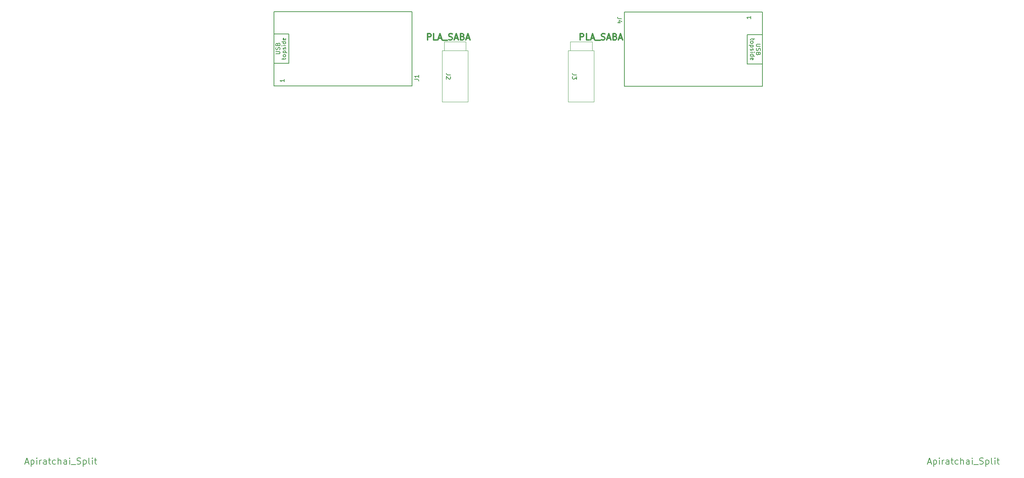
<source format=gbr>
%TF.GenerationSoftware,KiCad,Pcbnew,8.0.2*%
%TF.CreationDate,2024-05-01T20:17:26+07:00*%
%TF.ProjectId,apiratchai_split,61706972-6174-4636-9861-695f73706c69,rev?*%
%TF.SameCoordinates,Original*%
%TF.FileFunction,Legend,Top*%
%TF.FilePolarity,Positive*%
%FSLAX46Y46*%
G04 Gerber Fmt 4.6, Leading zero omitted, Abs format (unit mm)*
G04 Created by KiCad (PCBNEW 8.0.2) date 2024-05-01 20:17:26*
%MOMM*%
%LPD*%
G01*
G04 APERTURE LIST*
%ADD10C,0.300000*%
%ADD11C,0.187500*%
%ADD12C,0.150000*%
%ADD13C,0.120000*%
G04 APERTURE END LIST*
D10*
X157717010Y-39488328D02*
X157717010Y-37988328D01*
X157717010Y-37988328D02*
X158288439Y-37988328D01*
X158288439Y-37988328D02*
X158431296Y-38059757D01*
X158431296Y-38059757D02*
X158502725Y-38131185D01*
X158502725Y-38131185D02*
X158574153Y-38274042D01*
X158574153Y-38274042D02*
X158574153Y-38488328D01*
X158574153Y-38488328D02*
X158502725Y-38631185D01*
X158502725Y-38631185D02*
X158431296Y-38702614D01*
X158431296Y-38702614D02*
X158288439Y-38774042D01*
X158288439Y-38774042D02*
X157717010Y-38774042D01*
X159931296Y-39488328D02*
X159217010Y-39488328D01*
X159217010Y-39488328D02*
X159217010Y-37988328D01*
X160359868Y-39059757D02*
X161074154Y-39059757D01*
X160217011Y-39488328D02*
X160717011Y-37988328D01*
X160717011Y-37988328D02*
X161217011Y-39488328D01*
X161359868Y-39631185D02*
X162502725Y-39631185D01*
X162788439Y-39416900D02*
X163002725Y-39488328D01*
X163002725Y-39488328D02*
X163359867Y-39488328D01*
X163359867Y-39488328D02*
X163502725Y-39416900D01*
X163502725Y-39416900D02*
X163574153Y-39345471D01*
X163574153Y-39345471D02*
X163645582Y-39202614D01*
X163645582Y-39202614D02*
X163645582Y-39059757D01*
X163645582Y-39059757D02*
X163574153Y-38916900D01*
X163574153Y-38916900D02*
X163502725Y-38845471D01*
X163502725Y-38845471D02*
X163359867Y-38774042D01*
X163359867Y-38774042D02*
X163074153Y-38702614D01*
X163074153Y-38702614D02*
X162931296Y-38631185D01*
X162931296Y-38631185D02*
X162859867Y-38559757D01*
X162859867Y-38559757D02*
X162788439Y-38416900D01*
X162788439Y-38416900D02*
X162788439Y-38274042D01*
X162788439Y-38274042D02*
X162859867Y-38131185D01*
X162859867Y-38131185D02*
X162931296Y-38059757D01*
X162931296Y-38059757D02*
X163074153Y-37988328D01*
X163074153Y-37988328D02*
X163431296Y-37988328D01*
X163431296Y-37988328D02*
X163645582Y-38059757D01*
X164217010Y-39059757D02*
X164931296Y-39059757D01*
X164074153Y-39488328D02*
X164574153Y-37988328D01*
X164574153Y-37988328D02*
X165074153Y-39488328D01*
X166074152Y-38702614D02*
X166288438Y-38774042D01*
X166288438Y-38774042D02*
X166359867Y-38845471D01*
X166359867Y-38845471D02*
X166431295Y-38988328D01*
X166431295Y-38988328D02*
X166431295Y-39202614D01*
X166431295Y-39202614D02*
X166359867Y-39345471D01*
X166359867Y-39345471D02*
X166288438Y-39416900D01*
X166288438Y-39416900D02*
X166145581Y-39488328D01*
X166145581Y-39488328D02*
X165574152Y-39488328D01*
X165574152Y-39488328D02*
X165574152Y-37988328D01*
X165574152Y-37988328D02*
X166074152Y-37988328D01*
X166074152Y-37988328D02*
X166217010Y-38059757D01*
X166217010Y-38059757D02*
X166288438Y-38131185D01*
X166288438Y-38131185D02*
X166359867Y-38274042D01*
X166359867Y-38274042D02*
X166359867Y-38416900D01*
X166359867Y-38416900D02*
X166288438Y-38559757D01*
X166288438Y-38559757D02*
X166217010Y-38631185D01*
X166217010Y-38631185D02*
X166074152Y-38702614D01*
X166074152Y-38702614D02*
X165574152Y-38702614D01*
X167002724Y-39059757D02*
X167717010Y-39059757D01*
X166859867Y-39488328D02*
X167359867Y-37988328D01*
X167359867Y-37988328D02*
X167859867Y-39488328D01*
X121204510Y-39488328D02*
X121204510Y-37988328D01*
X121204510Y-37988328D02*
X121775939Y-37988328D01*
X121775939Y-37988328D02*
X121918796Y-38059757D01*
X121918796Y-38059757D02*
X121990225Y-38131185D01*
X121990225Y-38131185D02*
X122061653Y-38274042D01*
X122061653Y-38274042D02*
X122061653Y-38488328D01*
X122061653Y-38488328D02*
X121990225Y-38631185D01*
X121990225Y-38631185D02*
X121918796Y-38702614D01*
X121918796Y-38702614D02*
X121775939Y-38774042D01*
X121775939Y-38774042D02*
X121204510Y-38774042D01*
X123418796Y-39488328D02*
X122704510Y-39488328D01*
X122704510Y-39488328D02*
X122704510Y-37988328D01*
X123847368Y-39059757D02*
X124561654Y-39059757D01*
X123704511Y-39488328D02*
X124204511Y-37988328D01*
X124204511Y-37988328D02*
X124704511Y-39488328D01*
X124847368Y-39631185D02*
X125990225Y-39631185D01*
X126275939Y-39416900D02*
X126490225Y-39488328D01*
X126490225Y-39488328D02*
X126847367Y-39488328D01*
X126847367Y-39488328D02*
X126990225Y-39416900D01*
X126990225Y-39416900D02*
X127061653Y-39345471D01*
X127061653Y-39345471D02*
X127133082Y-39202614D01*
X127133082Y-39202614D02*
X127133082Y-39059757D01*
X127133082Y-39059757D02*
X127061653Y-38916900D01*
X127061653Y-38916900D02*
X126990225Y-38845471D01*
X126990225Y-38845471D02*
X126847367Y-38774042D01*
X126847367Y-38774042D02*
X126561653Y-38702614D01*
X126561653Y-38702614D02*
X126418796Y-38631185D01*
X126418796Y-38631185D02*
X126347367Y-38559757D01*
X126347367Y-38559757D02*
X126275939Y-38416900D01*
X126275939Y-38416900D02*
X126275939Y-38274042D01*
X126275939Y-38274042D02*
X126347367Y-38131185D01*
X126347367Y-38131185D02*
X126418796Y-38059757D01*
X126418796Y-38059757D02*
X126561653Y-37988328D01*
X126561653Y-37988328D02*
X126918796Y-37988328D01*
X126918796Y-37988328D02*
X127133082Y-38059757D01*
X127704510Y-39059757D02*
X128418796Y-39059757D01*
X127561653Y-39488328D02*
X128061653Y-37988328D01*
X128061653Y-37988328D02*
X128561653Y-39488328D01*
X129561652Y-38702614D02*
X129775938Y-38774042D01*
X129775938Y-38774042D02*
X129847367Y-38845471D01*
X129847367Y-38845471D02*
X129918795Y-38988328D01*
X129918795Y-38988328D02*
X129918795Y-39202614D01*
X129918795Y-39202614D02*
X129847367Y-39345471D01*
X129847367Y-39345471D02*
X129775938Y-39416900D01*
X129775938Y-39416900D02*
X129633081Y-39488328D01*
X129633081Y-39488328D02*
X129061652Y-39488328D01*
X129061652Y-39488328D02*
X129061652Y-37988328D01*
X129061652Y-37988328D02*
X129561652Y-37988328D01*
X129561652Y-37988328D02*
X129704510Y-38059757D01*
X129704510Y-38059757D02*
X129775938Y-38131185D01*
X129775938Y-38131185D02*
X129847367Y-38274042D01*
X129847367Y-38274042D02*
X129847367Y-38416900D01*
X129847367Y-38416900D02*
X129775938Y-38559757D01*
X129775938Y-38559757D02*
X129704510Y-38631185D01*
X129704510Y-38631185D02*
X129561652Y-38702614D01*
X129561652Y-38702614D02*
X129061652Y-38702614D01*
X130490224Y-39059757D02*
X131204510Y-39059757D01*
X130347367Y-39488328D02*
X130847367Y-37988328D01*
X130847367Y-37988328D02*
X131347367Y-39488328D01*
D11*
X240915319Y-140665607D02*
X241629605Y-140665607D01*
X240772462Y-141094178D02*
X241272462Y-139594178D01*
X241272462Y-139594178D02*
X241772462Y-141094178D01*
X242272461Y-140094178D02*
X242272461Y-141594178D01*
X242272461Y-140165607D02*
X242415319Y-140094178D01*
X242415319Y-140094178D02*
X242701033Y-140094178D01*
X242701033Y-140094178D02*
X242843890Y-140165607D01*
X242843890Y-140165607D02*
X242915319Y-140237035D01*
X242915319Y-140237035D02*
X242986747Y-140379892D01*
X242986747Y-140379892D02*
X242986747Y-140808464D01*
X242986747Y-140808464D02*
X242915319Y-140951321D01*
X242915319Y-140951321D02*
X242843890Y-141022750D01*
X242843890Y-141022750D02*
X242701033Y-141094178D01*
X242701033Y-141094178D02*
X242415319Y-141094178D01*
X242415319Y-141094178D02*
X242272461Y-141022750D01*
X243629604Y-141094178D02*
X243629604Y-140094178D01*
X243629604Y-139594178D02*
X243558176Y-139665607D01*
X243558176Y-139665607D02*
X243629604Y-139737035D01*
X243629604Y-139737035D02*
X243701033Y-139665607D01*
X243701033Y-139665607D02*
X243629604Y-139594178D01*
X243629604Y-139594178D02*
X243629604Y-139737035D01*
X244343890Y-141094178D02*
X244343890Y-140094178D01*
X244343890Y-140379892D02*
X244415319Y-140237035D01*
X244415319Y-140237035D02*
X244486748Y-140165607D01*
X244486748Y-140165607D02*
X244629605Y-140094178D01*
X244629605Y-140094178D02*
X244772462Y-140094178D01*
X245915319Y-141094178D02*
X245915319Y-140308464D01*
X245915319Y-140308464D02*
X245843890Y-140165607D01*
X245843890Y-140165607D02*
X245701033Y-140094178D01*
X245701033Y-140094178D02*
X245415319Y-140094178D01*
X245415319Y-140094178D02*
X245272461Y-140165607D01*
X245915319Y-141022750D02*
X245772461Y-141094178D01*
X245772461Y-141094178D02*
X245415319Y-141094178D01*
X245415319Y-141094178D02*
X245272461Y-141022750D01*
X245272461Y-141022750D02*
X245201033Y-140879892D01*
X245201033Y-140879892D02*
X245201033Y-140737035D01*
X245201033Y-140737035D02*
X245272461Y-140594178D01*
X245272461Y-140594178D02*
X245415319Y-140522750D01*
X245415319Y-140522750D02*
X245772461Y-140522750D01*
X245772461Y-140522750D02*
X245915319Y-140451321D01*
X246415319Y-140094178D02*
X246986747Y-140094178D01*
X246629604Y-139594178D02*
X246629604Y-140879892D01*
X246629604Y-140879892D02*
X246701033Y-141022750D01*
X246701033Y-141022750D02*
X246843890Y-141094178D01*
X246843890Y-141094178D02*
X246986747Y-141094178D01*
X248129605Y-141022750D02*
X247986747Y-141094178D01*
X247986747Y-141094178D02*
X247701033Y-141094178D01*
X247701033Y-141094178D02*
X247558176Y-141022750D01*
X247558176Y-141022750D02*
X247486747Y-140951321D01*
X247486747Y-140951321D02*
X247415319Y-140808464D01*
X247415319Y-140808464D02*
X247415319Y-140379892D01*
X247415319Y-140379892D02*
X247486747Y-140237035D01*
X247486747Y-140237035D02*
X247558176Y-140165607D01*
X247558176Y-140165607D02*
X247701033Y-140094178D01*
X247701033Y-140094178D02*
X247986747Y-140094178D01*
X247986747Y-140094178D02*
X248129605Y-140165607D01*
X248772461Y-141094178D02*
X248772461Y-139594178D01*
X249415319Y-141094178D02*
X249415319Y-140308464D01*
X249415319Y-140308464D02*
X249343890Y-140165607D01*
X249343890Y-140165607D02*
X249201033Y-140094178D01*
X249201033Y-140094178D02*
X248986747Y-140094178D01*
X248986747Y-140094178D02*
X248843890Y-140165607D01*
X248843890Y-140165607D02*
X248772461Y-140237035D01*
X250772462Y-141094178D02*
X250772462Y-140308464D01*
X250772462Y-140308464D02*
X250701033Y-140165607D01*
X250701033Y-140165607D02*
X250558176Y-140094178D01*
X250558176Y-140094178D02*
X250272462Y-140094178D01*
X250272462Y-140094178D02*
X250129604Y-140165607D01*
X250772462Y-141022750D02*
X250629604Y-141094178D01*
X250629604Y-141094178D02*
X250272462Y-141094178D01*
X250272462Y-141094178D02*
X250129604Y-141022750D01*
X250129604Y-141022750D02*
X250058176Y-140879892D01*
X250058176Y-140879892D02*
X250058176Y-140737035D01*
X250058176Y-140737035D02*
X250129604Y-140594178D01*
X250129604Y-140594178D02*
X250272462Y-140522750D01*
X250272462Y-140522750D02*
X250629604Y-140522750D01*
X250629604Y-140522750D02*
X250772462Y-140451321D01*
X251486747Y-141094178D02*
X251486747Y-140094178D01*
X251486747Y-139594178D02*
X251415319Y-139665607D01*
X251415319Y-139665607D02*
X251486747Y-139737035D01*
X251486747Y-139737035D02*
X251558176Y-139665607D01*
X251558176Y-139665607D02*
X251486747Y-139594178D01*
X251486747Y-139594178D02*
X251486747Y-139737035D01*
X251843891Y-141237035D02*
X252986748Y-141237035D01*
X253272462Y-141022750D02*
X253486748Y-141094178D01*
X253486748Y-141094178D02*
X253843890Y-141094178D01*
X253843890Y-141094178D02*
X253986748Y-141022750D01*
X253986748Y-141022750D02*
X254058176Y-140951321D01*
X254058176Y-140951321D02*
X254129605Y-140808464D01*
X254129605Y-140808464D02*
X254129605Y-140665607D01*
X254129605Y-140665607D02*
X254058176Y-140522750D01*
X254058176Y-140522750D02*
X253986748Y-140451321D01*
X253986748Y-140451321D02*
X253843890Y-140379892D01*
X253843890Y-140379892D02*
X253558176Y-140308464D01*
X253558176Y-140308464D02*
X253415319Y-140237035D01*
X253415319Y-140237035D02*
X253343890Y-140165607D01*
X253343890Y-140165607D02*
X253272462Y-140022750D01*
X253272462Y-140022750D02*
X253272462Y-139879892D01*
X253272462Y-139879892D02*
X253343890Y-139737035D01*
X253343890Y-139737035D02*
X253415319Y-139665607D01*
X253415319Y-139665607D02*
X253558176Y-139594178D01*
X253558176Y-139594178D02*
X253915319Y-139594178D01*
X253915319Y-139594178D02*
X254129605Y-139665607D01*
X254772461Y-140094178D02*
X254772461Y-141594178D01*
X254772461Y-140165607D02*
X254915319Y-140094178D01*
X254915319Y-140094178D02*
X255201033Y-140094178D01*
X255201033Y-140094178D02*
X255343890Y-140165607D01*
X255343890Y-140165607D02*
X255415319Y-140237035D01*
X255415319Y-140237035D02*
X255486747Y-140379892D01*
X255486747Y-140379892D02*
X255486747Y-140808464D01*
X255486747Y-140808464D02*
X255415319Y-140951321D01*
X255415319Y-140951321D02*
X255343890Y-141022750D01*
X255343890Y-141022750D02*
X255201033Y-141094178D01*
X255201033Y-141094178D02*
X254915319Y-141094178D01*
X254915319Y-141094178D02*
X254772461Y-141022750D01*
X256343890Y-141094178D02*
X256201033Y-141022750D01*
X256201033Y-141022750D02*
X256129604Y-140879892D01*
X256129604Y-140879892D02*
X256129604Y-139594178D01*
X256915318Y-141094178D02*
X256915318Y-140094178D01*
X256915318Y-139594178D02*
X256843890Y-139665607D01*
X256843890Y-139665607D02*
X256915318Y-139737035D01*
X256915318Y-139737035D02*
X256986747Y-139665607D01*
X256986747Y-139665607D02*
X256915318Y-139594178D01*
X256915318Y-139594178D02*
X256915318Y-139737035D01*
X257415319Y-140094178D02*
X257986747Y-140094178D01*
X257629604Y-139594178D02*
X257629604Y-140879892D01*
X257629604Y-140879892D02*
X257701033Y-141022750D01*
X257701033Y-141022750D02*
X257843890Y-141094178D01*
X257843890Y-141094178D02*
X257986747Y-141094178D01*
X25015319Y-140665607D02*
X25729605Y-140665607D01*
X24872462Y-141094178D02*
X25372462Y-139594178D01*
X25372462Y-139594178D02*
X25872462Y-141094178D01*
X26372461Y-140094178D02*
X26372461Y-141594178D01*
X26372461Y-140165607D02*
X26515319Y-140094178D01*
X26515319Y-140094178D02*
X26801033Y-140094178D01*
X26801033Y-140094178D02*
X26943890Y-140165607D01*
X26943890Y-140165607D02*
X27015319Y-140237035D01*
X27015319Y-140237035D02*
X27086747Y-140379892D01*
X27086747Y-140379892D02*
X27086747Y-140808464D01*
X27086747Y-140808464D02*
X27015319Y-140951321D01*
X27015319Y-140951321D02*
X26943890Y-141022750D01*
X26943890Y-141022750D02*
X26801033Y-141094178D01*
X26801033Y-141094178D02*
X26515319Y-141094178D01*
X26515319Y-141094178D02*
X26372461Y-141022750D01*
X27729604Y-141094178D02*
X27729604Y-140094178D01*
X27729604Y-139594178D02*
X27658176Y-139665607D01*
X27658176Y-139665607D02*
X27729604Y-139737035D01*
X27729604Y-139737035D02*
X27801033Y-139665607D01*
X27801033Y-139665607D02*
X27729604Y-139594178D01*
X27729604Y-139594178D02*
X27729604Y-139737035D01*
X28443890Y-141094178D02*
X28443890Y-140094178D01*
X28443890Y-140379892D02*
X28515319Y-140237035D01*
X28515319Y-140237035D02*
X28586748Y-140165607D01*
X28586748Y-140165607D02*
X28729605Y-140094178D01*
X28729605Y-140094178D02*
X28872462Y-140094178D01*
X30015319Y-141094178D02*
X30015319Y-140308464D01*
X30015319Y-140308464D02*
X29943890Y-140165607D01*
X29943890Y-140165607D02*
X29801033Y-140094178D01*
X29801033Y-140094178D02*
X29515319Y-140094178D01*
X29515319Y-140094178D02*
X29372461Y-140165607D01*
X30015319Y-141022750D02*
X29872461Y-141094178D01*
X29872461Y-141094178D02*
X29515319Y-141094178D01*
X29515319Y-141094178D02*
X29372461Y-141022750D01*
X29372461Y-141022750D02*
X29301033Y-140879892D01*
X29301033Y-140879892D02*
X29301033Y-140737035D01*
X29301033Y-140737035D02*
X29372461Y-140594178D01*
X29372461Y-140594178D02*
X29515319Y-140522750D01*
X29515319Y-140522750D02*
X29872461Y-140522750D01*
X29872461Y-140522750D02*
X30015319Y-140451321D01*
X30515319Y-140094178D02*
X31086747Y-140094178D01*
X30729604Y-139594178D02*
X30729604Y-140879892D01*
X30729604Y-140879892D02*
X30801033Y-141022750D01*
X30801033Y-141022750D02*
X30943890Y-141094178D01*
X30943890Y-141094178D02*
X31086747Y-141094178D01*
X32229605Y-141022750D02*
X32086747Y-141094178D01*
X32086747Y-141094178D02*
X31801033Y-141094178D01*
X31801033Y-141094178D02*
X31658176Y-141022750D01*
X31658176Y-141022750D02*
X31586747Y-140951321D01*
X31586747Y-140951321D02*
X31515319Y-140808464D01*
X31515319Y-140808464D02*
X31515319Y-140379892D01*
X31515319Y-140379892D02*
X31586747Y-140237035D01*
X31586747Y-140237035D02*
X31658176Y-140165607D01*
X31658176Y-140165607D02*
X31801033Y-140094178D01*
X31801033Y-140094178D02*
X32086747Y-140094178D01*
X32086747Y-140094178D02*
X32229605Y-140165607D01*
X32872461Y-141094178D02*
X32872461Y-139594178D01*
X33515319Y-141094178D02*
X33515319Y-140308464D01*
X33515319Y-140308464D02*
X33443890Y-140165607D01*
X33443890Y-140165607D02*
X33301033Y-140094178D01*
X33301033Y-140094178D02*
X33086747Y-140094178D01*
X33086747Y-140094178D02*
X32943890Y-140165607D01*
X32943890Y-140165607D02*
X32872461Y-140237035D01*
X34872462Y-141094178D02*
X34872462Y-140308464D01*
X34872462Y-140308464D02*
X34801033Y-140165607D01*
X34801033Y-140165607D02*
X34658176Y-140094178D01*
X34658176Y-140094178D02*
X34372462Y-140094178D01*
X34372462Y-140094178D02*
X34229604Y-140165607D01*
X34872462Y-141022750D02*
X34729604Y-141094178D01*
X34729604Y-141094178D02*
X34372462Y-141094178D01*
X34372462Y-141094178D02*
X34229604Y-141022750D01*
X34229604Y-141022750D02*
X34158176Y-140879892D01*
X34158176Y-140879892D02*
X34158176Y-140737035D01*
X34158176Y-140737035D02*
X34229604Y-140594178D01*
X34229604Y-140594178D02*
X34372462Y-140522750D01*
X34372462Y-140522750D02*
X34729604Y-140522750D01*
X34729604Y-140522750D02*
X34872462Y-140451321D01*
X35586747Y-141094178D02*
X35586747Y-140094178D01*
X35586747Y-139594178D02*
X35515319Y-139665607D01*
X35515319Y-139665607D02*
X35586747Y-139737035D01*
X35586747Y-139737035D02*
X35658176Y-139665607D01*
X35658176Y-139665607D02*
X35586747Y-139594178D01*
X35586747Y-139594178D02*
X35586747Y-139737035D01*
X35943891Y-141237035D02*
X37086748Y-141237035D01*
X37372462Y-141022750D02*
X37586748Y-141094178D01*
X37586748Y-141094178D02*
X37943890Y-141094178D01*
X37943890Y-141094178D02*
X38086748Y-141022750D01*
X38086748Y-141022750D02*
X38158176Y-140951321D01*
X38158176Y-140951321D02*
X38229605Y-140808464D01*
X38229605Y-140808464D02*
X38229605Y-140665607D01*
X38229605Y-140665607D02*
X38158176Y-140522750D01*
X38158176Y-140522750D02*
X38086748Y-140451321D01*
X38086748Y-140451321D02*
X37943890Y-140379892D01*
X37943890Y-140379892D02*
X37658176Y-140308464D01*
X37658176Y-140308464D02*
X37515319Y-140237035D01*
X37515319Y-140237035D02*
X37443890Y-140165607D01*
X37443890Y-140165607D02*
X37372462Y-140022750D01*
X37372462Y-140022750D02*
X37372462Y-139879892D01*
X37372462Y-139879892D02*
X37443890Y-139737035D01*
X37443890Y-139737035D02*
X37515319Y-139665607D01*
X37515319Y-139665607D02*
X37658176Y-139594178D01*
X37658176Y-139594178D02*
X38015319Y-139594178D01*
X38015319Y-139594178D02*
X38229605Y-139665607D01*
X38872461Y-140094178D02*
X38872461Y-141594178D01*
X38872461Y-140165607D02*
X39015319Y-140094178D01*
X39015319Y-140094178D02*
X39301033Y-140094178D01*
X39301033Y-140094178D02*
X39443890Y-140165607D01*
X39443890Y-140165607D02*
X39515319Y-140237035D01*
X39515319Y-140237035D02*
X39586747Y-140379892D01*
X39586747Y-140379892D02*
X39586747Y-140808464D01*
X39586747Y-140808464D02*
X39515319Y-140951321D01*
X39515319Y-140951321D02*
X39443890Y-141022750D01*
X39443890Y-141022750D02*
X39301033Y-141094178D01*
X39301033Y-141094178D02*
X39015319Y-141094178D01*
X39015319Y-141094178D02*
X38872461Y-141022750D01*
X40443890Y-141094178D02*
X40301033Y-141022750D01*
X40301033Y-141022750D02*
X40229604Y-140879892D01*
X40229604Y-140879892D02*
X40229604Y-139594178D01*
X41015318Y-141094178D02*
X41015318Y-140094178D01*
X41015318Y-139594178D02*
X40943890Y-139665607D01*
X40943890Y-139665607D02*
X41015318Y-139737035D01*
X41015318Y-139737035D02*
X41086747Y-139665607D01*
X41086747Y-139665607D02*
X41015318Y-139594178D01*
X41015318Y-139594178D02*
X41015318Y-139737035D01*
X41515319Y-140094178D02*
X42086747Y-140094178D01*
X41729604Y-139594178D02*
X41729604Y-140879892D01*
X41729604Y-140879892D02*
X41801033Y-141022750D01*
X41801033Y-141022750D02*
X41943890Y-141094178D01*
X41943890Y-141094178D02*
X42086747Y-141094178D01*
D12*
X156875830Y-47872916D02*
X156161545Y-47872916D01*
X156161545Y-47872916D02*
X156018688Y-47825297D01*
X156018688Y-47825297D02*
X155923450Y-47730059D01*
X155923450Y-47730059D02*
X155875830Y-47587202D01*
X155875830Y-47587202D02*
X155875830Y-47491964D01*
X156875830Y-48253869D02*
X156875830Y-48872916D01*
X156875830Y-48872916D02*
X156494878Y-48539583D01*
X156494878Y-48539583D02*
X156494878Y-48682440D01*
X156494878Y-48682440D02*
X156447259Y-48777678D01*
X156447259Y-48777678D02*
X156399640Y-48825297D01*
X156399640Y-48825297D02*
X156304402Y-48872916D01*
X156304402Y-48872916D02*
X156066307Y-48872916D01*
X156066307Y-48872916D02*
X155971069Y-48825297D01*
X155971069Y-48825297D02*
X155923450Y-48777678D01*
X155923450Y-48777678D02*
X155875830Y-48682440D01*
X155875830Y-48682440D02*
X155875830Y-48396726D01*
X155875830Y-48396726D02*
X155923450Y-48301488D01*
X155923450Y-48301488D02*
X155971069Y-48253869D01*
X126713330Y-47872916D02*
X125999045Y-47872916D01*
X125999045Y-47872916D02*
X125856188Y-47825297D01*
X125856188Y-47825297D02*
X125760950Y-47730059D01*
X125760950Y-47730059D02*
X125713330Y-47587202D01*
X125713330Y-47587202D02*
X125713330Y-47491964D01*
X126618092Y-48301488D02*
X126665711Y-48349107D01*
X126665711Y-48349107D02*
X126713330Y-48444345D01*
X126713330Y-48444345D02*
X126713330Y-48682440D01*
X126713330Y-48682440D02*
X126665711Y-48777678D01*
X126665711Y-48777678D02*
X126618092Y-48825297D01*
X126618092Y-48825297D02*
X126522854Y-48872916D01*
X126522854Y-48872916D02*
X126427616Y-48872916D01*
X126427616Y-48872916D02*
X126284759Y-48825297D01*
X126284759Y-48825297D02*
X125713330Y-48253869D01*
X125713330Y-48253869D02*
X125713330Y-48872916D01*
X118089819Y-48925833D02*
X118804104Y-48925833D01*
X118804104Y-48925833D02*
X118946961Y-48973452D01*
X118946961Y-48973452D02*
X119042200Y-49068690D01*
X119042200Y-49068690D02*
X119089819Y-49211547D01*
X119089819Y-49211547D02*
X119089819Y-49306785D01*
X119089819Y-47925833D02*
X119089819Y-48497261D01*
X119089819Y-48211547D02*
X118089819Y-48211547D01*
X118089819Y-48211547D02*
X118232676Y-48306785D01*
X118232676Y-48306785D02*
X118327914Y-48402023D01*
X118327914Y-48402023D02*
X118375533Y-48497261D01*
X84904819Y-42854404D02*
X85714342Y-42854404D01*
X85714342Y-42854404D02*
X85809580Y-42806785D01*
X85809580Y-42806785D02*
X85857200Y-42759166D01*
X85857200Y-42759166D02*
X85904819Y-42663928D01*
X85904819Y-42663928D02*
X85904819Y-42473452D01*
X85904819Y-42473452D02*
X85857200Y-42378214D01*
X85857200Y-42378214D02*
X85809580Y-42330595D01*
X85809580Y-42330595D02*
X85714342Y-42282976D01*
X85714342Y-42282976D02*
X84904819Y-42282976D01*
X85857200Y-41854404D02*
X85904819Y-41711547D01*
X85904819Y-41711547D02*
X85904819Y-41473452D01*
X85904819Y-41473452D02*
X85857200Y-41378214D01*
X85857200Y-41378214D02*
X85809580Y-41330595D01*
X85809580Y-41330595D02*
X85714342Y-41282976D01*
X85714342Y-41282976D02*
X85619104Y-41282976D01*
X85619104Y-41282976D02*
X85523866Y-41330595D01*
X85523866Y-41330595D02*
X85476247Y-41378214D01*
X85476247Y-41378214D02*
X85428628Y-41473452D01*
X85428628Y-41473452D02*
X85381009Y-41663928D01*
X85381009Y-41663928D02*
X85333390Y-41759166D01*
X85333390Y-41759166D02*
X85285771Y-41806785D01*
X85285771Y-41806785D02*
X85190533Y-41854404D01*
X85190533Y-41854404D02*
X85095295Y-41854404D01*
X85095295Y-41854404D02*
X85000057Y-41806785D01*
X85000057Y-41806785D02*
X84952438Y-41759166D01*
X84952438Y-41759166D02*
X84904819Y-41663928D01*
X84904819Y-41663928D02*
X84904819Y-41425833D01*
X84904819Y-41425833D02*
X84952438Y-41282976D01*
X85381009Y-40521071D02*
X85428628Y-40378214D01*
X85428628Y-40378214D02*
X85476247Y-40330595D01*
X85476247Y-40330595D02*
X85571485Y-40282976D01*
X85571485Y-40282976D02*
X85714342Y-40282976D01*
X85714342Y-40282976D02*
X85809580Y-40330595D01*
X85809580Y-40330595D02*
X85857200Y-40378214D01*
X85857200Y-40378214D02*
X85904819Y-40473452D01*
X85904819Y-40473452D02*
X85904819Y-40854404D01*
X85904819Y-40854404D02*
X84904819Y-40854404D01*
X84904819Y-40854404D02*
X84904819Y-40521071D01*
X84904819Y-40521071D02*
X84952438Y-40425833D01*
X84952438Y-40425833D02*
X85000057Y-40378214D01*
X85000057Y-40378214D02*
X85095295Y-40330595D01*
X85095295Y-40330595D02*
X85190533Y-40330595D01*
X85190533Y-40330595D02*
X85285771Y-40378214D01*
X85285771Y-40378214D02*
X85333390Y-40425833D01*
X85333390Y-40425833D02*
X85381009Y-40521071D01*
X85381009Y-40521071D02*
X85381009Y-40854404D01*
X86638152Y-44211547D02*
X86638152Y-43830595D01*
X86304819Y-44068690D02*
X87161961Y-44068690D01*
X87161961Y-44068690D02*
X87257200Y-44021071D01*
X87257200Y-44021071D02*
X87304819Y-43925833D01*
X87304819Y-43925833D02*
X87304819Y-43830595D01*
X87304819Y-43354404D02*
X87257200Y-43449642D01*
X87257200Y-43449642D02*
X87209580Y-43497261D01*
X87209580Y-43497261D02*
X87114342Y-43544880D01*
X87114342Y-43544880D02*
X86828628Y-43544880D01*
X86828628Y-43544880D02*
X86733390Y-43497261D01*
X86733390Y-43497261D02*
X86685771Y-43449642D01*
X86685771Y-43449642D02*
X86638152Y-43354404D01*
X86638152Y-43354404D02*
X86638152Y-43211547D01*
X86638152Y-43211547D02*
X86685771Y-43116309D01*
X86685771Y-43116309D02*
X86733390Y-43068690D01*
X86733390Y-43068690D02*
X86828628Y-43021071D01*
X86828628Y-43021071D02*
X87114342Y-43021071D01*
X87114342Y-43021071D02*
X87209580Y-43068690D01*
X87209580Y-43068690D02*
X87257200Y-43116309D01*
X87257200Y-43116309D02*
X87304819Y-43211547D01*
X87304819Y-43211547D02*
X87304819Y-43354404D01*
X86638152Y-42592499D02*
X87638152Y-42592499D01*
X86685771Y-42592499D02*
X86638152Y-42497261D01*
X86638152Y-42497261D02*
X86638152Y-42306785D01*
X86638152Y-42306785D02*
X86685771Y-42211547D01*
X86685771Y-42211547D02*
X86733390Y-42163928D01*
X86733390Y-42163928D02*
X86828628Y-42116309D01*
X86828628Y-42116309D02*
X87114342Y-42116309D01*
X87114342Y-42116309D02*
X87209580Y-42163928D01*
X87209580Y-42163928D02*
X87257200Y-42211547D01*
X87257200Y-42211547D02*
X87304819Y-42306785D01*
X87304819Y-42306785D02*
X87304819Y-42497261D01*
X87304819Y-42497261D02*
X87257200Y-42592499D01*
X87257200Y-41735356D02*
X87304819Y-41640118D01*
X87304819Y-41640118D02*
X87304819Y-41449642D01*
X87304819Y-41449642D02*
X87257200Y-41354404D01*
X87257200Y-41354404D02*
X87161961Y-41306785D01*
X87161961Y-41306785D02*
X87114342Y-41306785D01*
X87114342Y-41306785D02*
X87019104Y-41354404D01*
X87019104Y-41354404D02*
X86971485Y-41449642D01*
X86971485Y-41449642D02*
X86971485Y-41592499D01*
X86971485Y-41592499D02*
X86923866Y-41687737D01*
X86923866Y-41687737D02*
X86828628Y-41735356D01*
X86828628Y-41735356D02*
X86781009Y-41735356D01*
X86781009Y-41735356D02*
X86685771Y-41687737D01*
X86685771Y-41687737D02*
X86638152Y-41592499D01*
X86638152Y-41592499D02*
X86638152Y-41449642D01*
X86638152Y-41449642D02*
X86685771Y-41354404D01*
X87304819Y-40878213D02*
X86638152Y-40878213D01*
X86304819Y-40878213D02*
X86352438Y-40925832D01*
X86352438Y-40925832D02*
X86400057Y-40878213D01*
X86400057Y-40878213D02*
X86352438Y-40830594D01*
X86352438Y-40830594D02*
X86304819Y-40878213D01*
X86304819Y-40878213D02*
X86400057Y-40878213D01*
X87304819Y-39973452D02*
X86304819Y-39973452D01*
X87257200Y-39973452D02*
X87304819Y-40068690D01*
X87304819Y-40068690D02*
X87304819Y-40259166D01*
X87304819Y-40259166D02*
X87257200Y-40354404D01*
X87257200Y-40354404D02*
X87209580Y-40402023D01*
X87209580Y-40402023D02*
X87114342Y-40449642D01*
X87114342Y-40449642D02*
X86828628Y-40449642D01*
X86828628Y-40449642D02*
X86733390Y-40402023D01*
X86733390Y-40402023D02*
X86685771Y-40354404D01*
X86685771Y-40354404D02*
X86638152Y-40259166D01*
X86638152Y-40259166D02*
X86638152Y-40068690D01*
X86638152Y-40068690D02*
X86685771Y-39973452D01*
X87257200Y-39116309D02*
X87304819Y-39211547D01*
X87304819Y-39211547D02*
X87304819Y-39402023D01*
X87304819Y-39402023D02*
X87257200Y-39497261D01*
X87257200Y-39497261D02*
X87161961Y-39544880D01*
X87161961Y-39544880D02*
X86781009Y-39544880D01*
X86781009Y-39544880D02*
X86685771Y-39497261D01*
X86685771Y-39497261D02*
X86638152Y-39402023D01*
X86638152Y-39402023D02*
X86638152Y-39211547D01*
X86638152Y-39211547D02*
X86685771Y-39116309D01*
X86685771Y-39116309D02*
X86781009Y-39068690D01*
X86781009Y-39068690D02*
X86876247Y-39068690D01*
X86876247Y-39068690D02*
X86971485Y-39544880D01*
X86934819Y-48926785D02*
X86934819Y-49498213D01*
X86934819Y-49212499D02*
X85934819Y-49212499D01*
X85934819Y-49212499D02*
X86077676Y-49307737D01*
X86077676Y-49307737D02*
X86172914Y-49402975D01*
X86172914Y-49402975D02*
X86220533Y-49498213D01*
X167660180Y-34417916D02*
X166945895Y-34417916D01*
X166945895Y-34417916D02*
X166803038Y-34370297D01*
X166803038Y-34370297D02*
X166707800Y-34275059D01*
X166707800Y-34275059D02*
X166660180Y-34132202D01*
X166660180Y-34132202D02*
X166660180Y-34036964D01*
X167326847Y-35322678D02*
X166660180Y-35322678D01*
X167707800Y-35084583D02*
X166993514Y-34846488D01*
X166993514Y-34846488D02*
X166993514Y-35465535D01*
X200845180Y-40489345D02*
X200035657Y-40489345D01*
X200035657Y-40489345D02*
X199940419Y-40536964D01*
X199940419Y-40536964D02*
X199892800Y-40584583D01*
X199892800Y-40584583D02*
X199845180Y-40679821D01*
X199845180Y-40679821D02*
X199845180Y-40870297D01*
X199845180Y-40870297D02*
X199892800Y-40965535D01*
X199892800Y-40965535D02*
X199940419Y-41013154D01*
X199940419Y-41013154D02*
X200035657Y-41060773D01*
X200035657Y-41060773D02*
X200845180Y-41060773D01*
X199892800Y-41489345D02*
X199845180Y-41632202D01*
X199845180Y-41632202D02*
X199845180Y-41870297D01*
X199845180Y-41870297D02*
X199892800Y-41965535D01*
X199892800Y-41965535D02*
X199940419Y-42013154D01*
X199940419Y-42013154D02*
X200035657Y-42060773D01*
X200035657Y-42060773D02*
X200130895Y-42060773D01*
X200130895Y-42060773D02*
X200226133Y-42013154D01*
X200226133Y-42013154D02*
X200273752Y-41965535D01*
X200273752Y-41965535D02*
X200321371Y-41870297D01*
X200321371Y-41870297D02*
X200368990Y-41679821D01*
X200368990Y-41679821D02*
X200416609Y-41584583D01*
X200416609Y-41584583D02*
X200464228Y-41536964D01*
X200464228Y-41536964D02*
X200559466Y-41489345D01*
X200559466Y-41489345D02*
X200654704Y-41489345D01*
X200654704Y-41489345D02*
X200749942Y-41536964D01*
X200749942Y-41536964D02*
X200797561Y-41584583D01*
X200797561Y-41584583D02*
X200845180Y-41679821D01*
X200845180Y-41679821D02*
X200845180Y-41917916D01*
X200845180Y-41917916D02*
X200797561Y-42060773D01*
X200368990Y-42822678D02*
X200321371Y-42965535D01*
X200321371Y-42965535D02*
X200273752Y-43013154D01*
X200273752Y-43013154D02*
X200178514Y-43060773D01*
X200178514Y-43060773D02*
X200035657Y-43060773D01*
X200035657Y-43060773D02*
X199940419Y-43013154D01*
X199940419Y-43013154D02*
X199892800Y-42965535D01*
X199892800Y-42965535D02*
X199845180Y-42870297D01*
X199845180Y-42870297D02*
X199845180Y-42489345D01*
X199845180Y-42489345D02*
X200845180Y-42489345D01*
X200845180Y-42489345D02*
X200845180Y-42822678D01*
X200845180Y-42822678D02*
X200797561Y-42917916D01*
X200797561Y-42917916D02*
X200749942Y-42965535D01*
X200749942Y-42965535D02*
X200654704Y-43013154D01*
X200654704Y-43013154D02*
X200559466Y-43013154D01*
X200559466Y-43013154D02*
X200464228Y-42965535D01*
X200464228Y-42965535D02*
X200416609Y-42917916D01*
X200416609Y-42917916D02*
X200368990Y-42822678D01*
X200368990Y-42822678D02*
X200368990Y-42489345D01*
X198554819Y-33845535D02*
X198554819Y-34416963D01*
X198554819Y-34131249D02*
X197554819Y-34131249D01*
X197554819Y-34131249D02*
X197697676Y-34226487D01*
X197697676Y-34226487D02*
X197792914Y-34321725D01*
X197792914Y-34321725D02*
X197840533Y-34416963D01*
X199111847Y-39132202D02*
X199111847Y-39513154D01*
X199445180Y-39275059D02*
X198588038Y-39275059D01*
X198588038Y-39275059D02*
X198492800Y-39322678D01*
X198492800Y-39322678D02*
X198445180Y-39417916D01*
X198445180Y-39417916D02*
X198445180Y-39513154D01*
X198445180Y-39989345D02*
X198492800Y-39894107D01*
X198492800Y-39894107D02*
X198540419Y-39846488D01*
X198540419Y-39846488D02*
X198635657Y-39798869D01*
X198635657Y-39798869D02*
X198921371Y-39798869D01*
X198921371Y-39798869D02*
X199016609Y-39846488D01*
X199016609Y-39846488D02*
X199064228Y-39894107D01*
X199064228Y-39894107D02*
X199111847Y-39989345D01*
X199111847Y-39989345D02*
X199111847Y-40132202D01*
X199111847Y-40132202D02*
X199064228Y-40227440D01*
X199064228Y-40227440D02*
X199016609Y-40275059D01*
X199016609Y-40275059D02*
X198921371Y-40322678D01*
X198921371Y-40322678D02*
X198635657Y-40322678D01*
X198635657Y-40322678D02*
X198540419Y-40275059D01*
X198540419Y-40275059D02*
X198492800Y-40227440D01*
X198492800Y-40227440D02*
X198445180Y-40132202D01*
X198445180Y-40132202D02*
X198445180Y-39989345D01*
X199111847Y-40751250D02*
X198111847Y-40751250D01*
X199064228Y-40751250D02*
X199111847Y-40846488D01*
X199111847Y-40846488D02*
X199111847Y-41036964D01*
X199111847Y-41036964D02*
X199064228Y-41132202D01*
X199064228Y-41132202D02*
X199016609Y-41179821D01*
X199016609Y-41179821D02*
X198921371Y-41227440D01*
X198921371Y-41227440D02*
X198635657Y-41227440D01*
X198635657Y-41227440D02*
X198540419Y-41179821D01*
X198540419Y-41179821D02*
X198492800Y-41132202D01*
X198492800Y-41132202D02*
X198445180Y-41036964D01*
X198445180Y-41036964D02*
X198445180Y-40846488D01*
X198445180Y-40846488D02*
X198492800Y-40751250D01*
X198492800Y-41608393D02*
X198445180Y-41703631D01*
X198445180Y-41703631D02*
X198445180Y-41894107D01*
X198445180Y-41894107D02*
X198492800Y-41989345D01*
X198492800Y-41989345D02*
X198588038Y-42036964D01*
X198588038Y-42036964D02*
X198635657Y-42036964D01*
X198635657Y-42036964D02*
X198730895Y-41989345D01*
X198730895Y-41989345D02*
X198778514Y-41894107D01*
X198778514Y-41894107D02*
X198778514Y-41751250D01*
X198778514Y-41751250D02*
X198826133Y-41656012D01*
X198826133Y-41656012D02*
X198921371Y-41608393D01*
X198921371Y-41608393D02*
X198968990Y-41608393D01*
X198968990Y-41608393D02*
X199064228Y-41656012D01*
X199064228Y-41656012D02*
X199111847Y-41751250D01*
X199111847Y-41751250D02*
X199111847Y-41894107D01*
X199111847Y-41894107D02*
X199064228Y-41989345D01*
X198445180Y-42465536D02*
X199111847Y-42465536D01*
X199445180Y-42465536D02*
X199397561Y-42417917D01*
X199397561Y-42417917D02*
X199349942Y-42465536D01*
X199349942Y-42465536D02*
X199397561Y-42513155D01*
X199397561Y-42513155D02*
X199445180Y-42465536D01*
X199445180Y-42465536D02*
X199349942Y-42465536D01*
X198445180Y-43370297D02*
X199445180Y-43370297D01*
X198492800Y-43370297D02*
X198445180Y-43275059D01*
X198445180Y-43275059D02*
X198445180Y-43084583D01*
X198445180Y-43084583D02*
X198492800Y-42989345D01*
X198492800Y-42989345D02*
X198540419Y-42941726D01*
X198540419Y-42941726D02*
X198635657Y-42894107D01*
X198635657Y-42894107D02*
X198921371Y-42894107D01*
X198921371Y-42894107D02*
X199016609Y-42941726D01*
X199016609Y-42941726D02*
X199064228Y-42989345D01*
X199064228Y-42989345D02*
X199111847Y-43084583D01*
X199111847Y-43084583D02*
X199111847Y-43275059D01*
X199111847Y-43275059D02*
X199064228Y-43370297D01*
X198492800Y-44227440D02*
X198445180Y-44132202D01*
X198445180Y-44132202D02*
X198445180Y-43941726D01*
X198445180Y-43941726D02*
X198492800Y-43846488D01*
X198492800Y-43846488D02*
X198588038Y-43798869D01*
X198588038Y-43798869D02*
X198968990Y-43798869D01*
X198968990Y-43798869D02*
X199064228Y-43846488D01*
X199064228Y-43846488D02*
X199111847Y-43941726D01*
X199111847Y-43941726D02*
X199111847Y-44132202D01*
X199111847Y-44132202D02*
X199064228Y-44227440D01*
X199064228Y-44227440D02*
X198968990Y-44275059D01*
X198968990Y-44275059D02*
X198873752Y-44275059D01*
X198873752Y-44275059D02*
X198778514Y-43798869D01*
D13*
%TO.C,J3*%
X154856250Y-42056250D02*
X161056250Y-42056250D01*
X154856250Y-54356250D02*
X154856250Y-42056250D01*
X155356250Y-39956250D02*
X160556250Y-39956250D01*
X155356250Y-42056250D02*
X155356250Y-39956250D01*
X160556250Y-42056250D02*
X160556250Y-39956250D01*
X161056250Y-42056250D02*
X161056250Y-54356250D01*
X161056250Y-54356250D02*
X154856250Y-54356250D01*
%TO.C,J2*%
X124693750Y-42056250D02*
X130893750Y-42056250D01*
X124693750Y-54356250D02*
X124693750Y-42056250D01*
X125193750Y-39956250D02*
X130393750Y-39956250D01*
X125193750Y-42056250D02*
X125193750Y-39956250D01*
X130393750Y-42056250D02*
X130393750Y-39956250D01*
X130893750Y-42056250D02*
X130893750Y-54356250D01*
X130893750Y-54356250D02*
X124693750Y-54356250D01*
D12*
%TO.C,J1*%
X88035000Y-38042500D02*
X84455000Y-38042500D01*
X88035000Y-38042500D02*
X88035000Y-45142500D01*
X88035000Y-45142500D02*
X84455000Y-45142500D01*
X84455000Y-50482500D02*
X117475000Y-50482500D01*
X117475000Y-32702500D01*
X84455000Y-32702500D01*
X84455000Y-50482500D01*
%TO.C,J4*%
X197715000Y-38201250D02*
X201295000Y-38201250D01*
X197715000Y-45301250D02*
X197715000Y-38201250D01*
X197715000Y-45301250D02*
X201295000Y-45301250D01*
X201295000Y-32861250D02*
X168275000Y-32861250D01*
X168275000Y-50641250D01*
X201295000Y-50641250D01*
X201295000Y-32861250D01*
%TD*%
M02*

</source>
